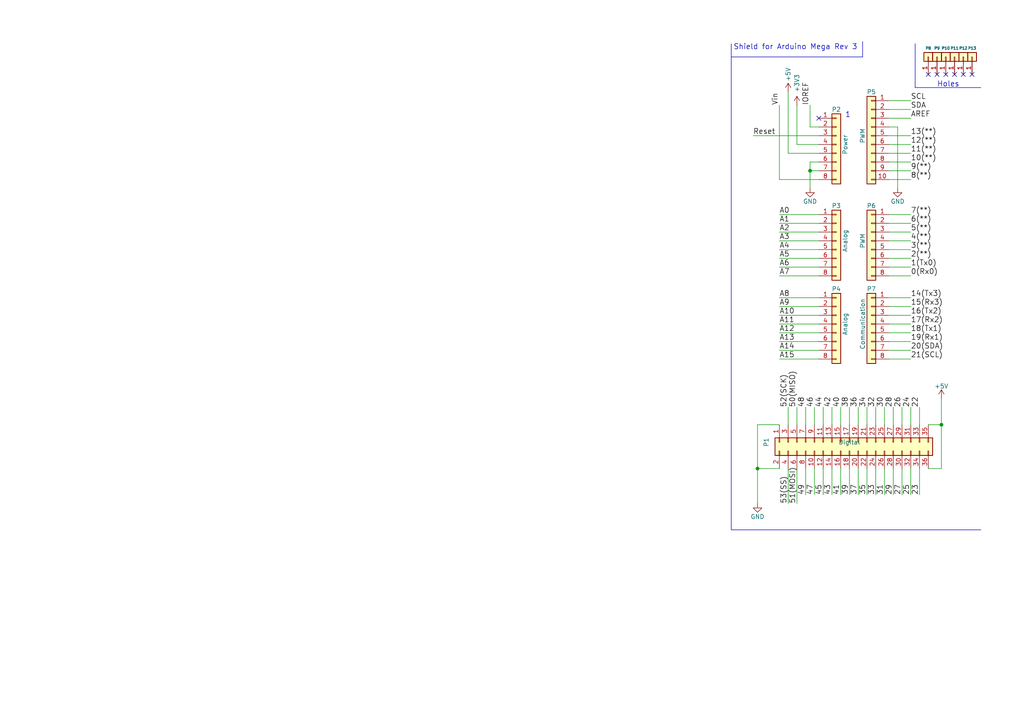
<source format=kicad_sch>
(kicad_sch (version 20230121) (generator eeschema)
  (paper "A4")
  (title_block (date "mar. 31 mars 2015"))
  (lib_symbols
    (symbol "Connector_Generic:Conn_01x01" (pin_names (offset 1.016) hide)
      (property "Reference" "J" (at 0 2.54 0))
      (property "Value" "Conn_01x01" (at 0 -2.54 0))
      (symbol "Conn_01x01_1_1"
        (rectangle (start -1.27 0.127) (end 0 -0.127) (stroke (width 0.1524)))
        (rectangle (start -1.27 1.27) (end 1.27 -1.27) (stroke (width 0.254)) (fill (type background)))
        (pin passive line (at -5.08 0 0) (length 3.81) (name "Pin_1") (number "1"))
      )
    )
    (symbol "Connector_Generic:Conn_01x08" (pin_names (offset 1.016) hide)
      (property "Reference" "J" (at 0 10.16 0))
      (property "Value" "Conn_01x08" (at 0 -12.7 0))
      (symbol "Conn_01x08_1_1"
        (rectangle (start -1.27 -10.033) (end 0 -10.287) (stroke (width 0.1524)))
        (rectangle (start -1.27 -7.493) (end 0 -7.747) (stroke (width 0.1524)))
        (rectangle (start -1.27 -4.953) (end 0 -5.207) (stroke (width 0.1524)))
        (rectangle (start -1.27 -2.413) (end 0 -2.667) (stroke (width 0.1524)))
        (rectangle (start -1.27 0.127) (end 0 -0.127) (stroke (width 0.1524)))
        (rectangle (start -1.27 2.667) (end 0 2.413) (stroke (width 0.1524)))
        (rectangle (start -1.27 5.207) (end 0 4.953) (stroke (width 0.1524)))
        (rectangle (start -1.27 7.747) (end 0 7.493) (stroke (width 0.1524)))
        (rectangle (start -1.27 8.89) (end 1.27 -11.43) (stroke (width 0.254)) (fill (type background)))
        (pin passive line (at -5.08 7.62 0) (length 3.81) (name "Pin_1") (number "1"))
        (pin passive line (at -5.08 5.08 0) (length 3.81) (name "Pin_2") (number "2"))
        (pin passive line (at -5.08 2.54 0) (length 3.81) (name "Pin_3") (number "3"))
        (pin passive line (at -5.08 0 0) (length 3.81) (name "Pin_4") (number "4"))
        (pin passive line (at -5.08 -2.54 0) (length 3.81) (name "Pin_5") (number "5"))
        (pin passive line (at -5.08 -5.08 0) (length 3.81) (name "Pin_6") (number "6"))
        (pin passive line (at -5.08 -7.62 0) (length 3.81) (name "Pin_7") (number "7"))
        (pin passive line (at -5.08 -10.16 0) (length 3.81) (name "Pin_8") (number "8"))
      )
    )
    (symbol "Connector_Generic:Conn_01x10" (pin_names (offset 1.016) hide)
      (property "Reference" "J" (at 0 12.7 0))
      (property "Value" "Conn_01x10" (at 0 -15.24 0))
      (symbol "Conn_01x10_1_1"
        (rectangle (start -1.27 -12.573) (end 0 -12.827) (stroke (width 0.1524)))
        (rectangle (start -1.27 -10.033) (end 0 -10.287) (stroke (width 0.1524)))
        (rectangle (start -1.27 -7.493) (end 0 -7.747) (stroke (width 0.1524)))
        (rectangle (start -1.27 -4.953) (end 0 -5.207) (stroke (width 0.1524)))
        (rectangle (start -1.27 -2.413) (end 0 -2.667) (stroke (width 0.1524)))
        (rectangle (start -1.27 0.127) (end 0 -0.127) (stroke (width 0.1524)))
        (rectangle (start -1.27 2.667) (end 0 2.413) (stroke (width 0.1524)))
        (rectangle (start -1.27 5.207) (end 0 4.953) (stroke (width 0.1524)))
        (rectangle (start -1.27 7.747) (end 0 7.493) (stroke (width 0.1524)))
        (rectangle (start -1.27 10.287) (end 0 10.033) (stroke (width 0.1524)))
        (rectangle (start -1.27 11.43) (end 1.27 -13.97) (stroke (width 0.254)) (fill (type background)))
        (pin passive line (at -5.08 10.16 0) (length 3.81) (name "Pin_1") (number "1"))
        (pin passive line (at -5.08 -12.7 0) (length 3.81) (name "Pin_10") (number "10"))
        (pin passive line (at -5.08 7.62 0) (length 3.81) (name "Pin_2") (number "2"))
        (pin passive line (at -5.08 5.08 0) (length 3.81) (name "Pin_3") (number "3"))
        (pin passive line (at -5.08 2.54 0) (length 3.81) (name "Pin_4") (number "4"))
        (pin passive line (at -5.08 0 0) (length 3.81) (name "Pin_5") (number "5"))
        (pin passive line (at -5.08 -2.54 0) (length 3.81) (name "Pin_6") (number "6"))
        (pin passive line (at -5.08 -5.08 0) (length 3.81) (name "Pin_7") (number "7"))
        (pin passive line (at -5.08 -7.62 0) (length 3.81) (name "Pin_8") (number "8"))
        (pin passive line (at -5.08 -10.16 0) (length 3.81) (name "Pin_9") (number "9"))
      )
    )
    (symbol "Connector_Generic:Conn_02x18_Odd_Even" (pin_names (offset 1.016) hide)
      (property "Reference" "J" (at 1.27 22.86 0))
      (property "Value" "Conn_02x18_Odd_Even" (at 1.27 -25.4 0))
      (symbol "Conn_02x18_Odd_Even_1_1"
        (rectangle (start -1.27 -22.733) (end 0 -22.987) (stroke (width 0.1524)))
        (rectangle (start -1.27 -20.193) (end 0 -20.447) (stroke (width 0.1524)))
        (rectangle (start -1.27 -17.653) (end 0 -17.907) (stroke (width 0.1524)))
        (rectangle (start -1.27 -15.113) (end 0 -15.367) (stroke (width 0.1524)))
        (rectangle (start -1.27 -12.573) (end 0 -12.827) (stroke (width 0.1524)))
        (rectangle (start -1.27 -10.033) (end 0 -10.287) (stroke (width 0.1524)))
        (rectangle (start -1.27 -7.493) (end 0 -7.747) (stroke (width 0.1524)))
        (rectangle (start -1.27 -4.953) (end 0 -5.207) (stroke (width 0.1524)))
        (rectangle (start -1.27 -2.413) (end 0 -2.667) (stroke (width 0.1524)))
        (rectangle (start -1.27 0.127) (end 0 -0.127) (stroke (width 0.1524)))
        (rectangle (start -1.27 2.667) (end 0 2.413) (stroke (width 0.1524)))
        (rectangle (start -1.27 5.207) (end 0 4.953) (stroke (width 0.1524)))
        (rectangle (start -1.27 7.747) (end 0 7.493) (stroke (width 0.1524)))
        (rectangle (start -1.27 10.287) (end 0 10.033) (stroke (width 0.1524)))
        (rectangle (start -1.27 12.827) (end 0 12.573) (stroke (width 0.1524)))
        (rectangle (start -1.27 15.367) (end 0 15.113) (stroke (width 0.1524)))
        (rectangle (start -1.27 17.907) (end 0 17.653) (stroke (width 0.1524)))
        (rectangle (start -1.27 20.447) (end 0 20.193) (stroke (width 0.1524)))
        (rectangle (start -1.27 21.59) (end 3.81 -24.13) (stroke (width 0.254)) (fill (type background)))
        (rectangle (start 3.81 -22.733) (end 2.54 -22.987) (stroke (width 0.1524)))
        (rectangle (start 3.81 -20.193) (end 2.54 -20.447) (stroke (width 0.1524)))
        (rectangle (start 3.81 -17.653) (end 2.54 -17.907) (stroke (width 0.1524)))
        (rectangle (start 3.81 -15.113) (end 2.54 -15.367) (stroke (width 0.1524)))
        (rectangle (start 3.81 -12.573) (end 2.54 -12.827) (stroke (width 0.1524)))
        (rectangle (start 3.81 -10.033) (end 2.54 -10.287) (stroke (width 0.1524)))
        (rectangle (start 3.81 -7.493) (end 2.54 -7.747) (stroke (width 0.1524)))
        (rectangle (start 3.81 -4.953) (end 2.54 -5.207) (stroke (width 0.1524)))
        (rectangle (start 3.81 -2.413) (end 2.54 -2.667) (stroke (width 0.1524)))
        (rectangle (start 3.81 0.127) (end 2.54 -0.127) (stroke (width 0.1524)))
        (rectangle (start 3.81 2.667) (end 2.54 2.413) (stroke (width 0.1524)))
        (rectangle (start 3.81 5.207) (end 2.54 4.953) (stroke (width 0.1524)))
        (rectangle (start 3.81 7.747) (end 2.54 7.493) (stroke (width 0.1524)))
        (rectangle (start 3.81 10.287) (end 2.54 10.033) (stroke (width 0.1524)))
        (rectangle (start 3.81 12.827) (end 2.54 12.573) (stroke (width 0.1524)))
        (rectangle (start 3.81 15.367) (end 2.54 15.113) (stroke (width 0.1524)))
        (rectangle (start 3.81 17.907) (end 2.54 17.653) (stroke (width 0.1524)))
        (rectangle (start 3.81 20.447) (end 2.54 20.193) (stroke (width 0.1524)))
        (pin passive line (at -5.08 20.32 0) (length 3.81) (name "Pin_1") (number "1"))
        (pin passive line (at 7.62 10.16 180) (length 3.81) (name "Pin_10") (number "10"))
        (pin passive line (at -5.08 7.62 0) (length 3.81) (name "Pin_11") (number "11"))
        (pin passive line (at 7.62 7.62 180) (length 3.81) (name "Pin_12") (number "12"))
        (pin passive line (at -5.08 5.08 0) (length 3.81) (name "Pin_13") (number "13"))
        (pin passive line (at 7.62 5.08 180) (length 3.81) (name "Pin_14") (number "14"))
        (pin passive line (at -5.08 2.54 0) (length 3.81) (name "Pin_15") (number "15"))
        (pin passive line (at 7.62 2.54 180) (length 3.81) (name "Pin_16") (number "16"))
        (pin passive line (at -5.08 0 0) (length 3.81) (name "Pin_17") (number "17"))
        (pin passive line (at 7.62 0 180) (length 3.81) (name "Pin_18") (number "18"))
        (pin passive line (at -5.08 -2.54 0) (length 3.81) (name "Pin_19") (number "19"))
        (pin passive line (at 7.62 20.32 180) (length 3.81) (name "Pin_2") (number "2"))
        (pin passive line (at 7.62 -2.54 180) (length 3.81) (name "Pin_20") (number "20"))
        (pin passive line (at -5.08 -5.08 0) (length 3.81) (name "Pin_21") (number "21"))
        (pin passive line (at 7.62 -5.08 180) (length 3.81) (name "Pin_22") (number "22"))
        (pin passive line (at -5.08 -7.62 0) (length 3.81) (name "Pin_23") (number "23"))
        (pin passive line (at 7.62 -7.62 180) (length 3.81) (name "Pin_24") (number "24"))
        (pin passive line (at -5.08 -10.16 0) (length 3.81) (name "Pin_25") (number "25"))
        (pin passive line (at 7.62 -10.16 180) (length 3.81) (name "Pin_26") (number "26"))
        (pin passive line (at -5.08 -12.7 0) (length 3.81) (name "Pin_27") (number "27"))
        (pin passive line (at 7.62 -12.7 180) (length 3.81) (name "Pin_28") (number "28"))
        (pin passive line (at -5.08 -15.24 0) (length 3.81) (name "Pin_29") (number "29"))
        (pin passive line (at -5.08 17.78 0) (length 3.81) (name "Pin_3") (number "3"))
        (pin passive line (at 7.62 -15.24 180) (length 3.81) (name "Pin_30") (number "30"))
        (pin passive line (at -5.08 -17.78 0) (length 3.81) (name "Pin_31") (number "31"))
        (pin passive line (at 7.62 -17.78 180) (length 3.81) (name "Pin_32") (number "32"))
        (pin passive line (at -5.08 -20.32 0) (length 3.81) (name "Pin_33") (number "33"))
        (pin passive line (at 7.62 -20.32 180) (length 3.81) (name "Pin_34") (number "34"))
        (pin passive line (at -5.08 -22.86 0) (length 3.81) (name "Pin_35") (number "35"))
        (pin passive line (at 7.62 -22.86 180) (length 3.81) (name "Pin_36") (number "36"))
        (pin passive line (at 7.62 17.78 180) (length 3.81) (name "Pin_4") (number "4"))
        (pin passive line (at -5.08 15.24 0) (length 3.81) (name "Pin_5") (number "5"))
        (pin passive line (at 7.62 15.24 180) (length 3.81) (name "Pin_6") (number "6"))
        (pin passive line (at -5.08 12.7 0) (length 3.81) (name "Pin_7") (number "7"))
        (pin passive line (at 7.62 12.7 180) (length 3.81) (name "Pin_8") (number "8"))
        (pin passive line (at -5.08 10.16 0) (length 3.81) (name "Pin_9") (number "9"))
      )
    )
    (symbol "power:+3V3" (power) (pin_names (offset 0))
      (property "Value" "+3V3" (at 0 3.556 0))
      (symbol "+3V3_0_1"
        (polyline (pts (xy -0.762 1.27) (xy 0 2.54)))
        (polyline (pts (xy 0 0) (xy 0 2.54)))
        (polyline (pts (xy 0 2.54) (xy 0.762 1.27)))
      )
      (symbol "+3V3_1_1"
        (pin power_in line (at 0 0 90) (length 0) hide (name "+3V3") (number "1"))
      )
    )
    (symbol "power:+5V" (power) (pin_names (offset 0))
      (property "Value" "+5V" (at 0 3.556 0))
      (symbol "+5V_0_1"
        (polyline (pts (xy -0.762 1.27) (xy 0 2.54)))
        (polyline (pts (xy 0 0) (xy 0 2.54)))
        (polyline (pts (xy 0 2.54) (xy 0.762 1.27)))
      )
      (symbol "+5V_1_1"
        (pin power_in line (at 0 0 90) (length 0) hide (name "+5V") (number "1"))
      )
    )
    (symbol "power:GND" (power) (pin_names (offset 0))
      (property "Value" "GND" (at 0 -3.81 0))
      (symbol "GND_0_1"
        (polyline (pts (xy 0 0) (xy 0 -1.27) (xy 1.27 -1.27) (xy 0 -2.54) (xy -1.27 -1.27) (xy 0 -1.27)))
      )
      (symbol "GND_1_1"
        (pin power_in line (at 0 0 270) (length 0) hide (name "GND") (number "1"))
      )
    )
  )
  (junction (at 219.71 135.89))
  (junction (at 234.95 49.53))
  (junction (at 273.05 123.19))
  (no_connect (at 281.94 21.59))
  (no_connect (at 279.4 21.59))
  (no_connect (at 271.78 21.59))
  (no_connect (at 274.32 21.59))
  (no_connect (at 276.86 21.59))
  (no_connect (at 269.24 21.59))
  (no_connect (at 237.49 34.29))
  (wire (pts (xy 238.76 123.19) (xy 238.76 118.11)))
  (wire (pts (xy 251.46 135.89) (xy 251.46 143.51)))
  (wire (pts (xy 238.76 135.89) (xy 238.76 143.51)))
  (wire (pts (xy 261.62 123.19) (xy 261.62 118.11)))
  (wire (pts (xy 266.7 123.19) (xy 266.7 118.11)))
  (wire (pts (xy 273.05 115.57) (xy 273.05 123.19)))
  (wire (pts (xy 248.92 135.89) (xy 248.92 143.51)))
  (wire (pts (xy 257.81 39.37) (xy 264.16 39.37)))
  (wire (pts (xy 257.81 99.06) (xy 264.16 99.06)))
  (wire (pts (xy 219.71 135.89) (xy 219.71 146.05)))
  (wire (pts (xy 256.54 123.19) (xy 256.54 118.11)))
  (wire (pts (xy 228.6 44.45) (xy 237.49 44.45)))
  (wire (pts (xy 264.16 77.47) (xy 257.81 77.47)))
  (wire (pts (xy 236.22 135.89) (xy 236.22 143.51)))
  (wire (pts (xy 228.6 135.89) (xy 228.6 146.05)))
  (wire (pts (xy 264.16 101.6) (xy 257.81 101.6)))
  (wire (pts (xy 257.81 34.29) (xy 264.16 34.29)))
  (wire (pts (xy 234.95 49.53) (xy 234.95 54.61)))
  (wire (pts (xy 264.16 123.19) (xy 264.16 118.11)))
  (wire (pts (xy 236.22 123.19) (xy 236.22 118.11)))
  (polyline (pts (xy 250.19 16.51) (xy 250.19 12.065)))
  (wire (pts (xy 257.81 69.85) (xy 264.16 69.85)))
  (wire (pts (xy 254 135.89) (xy 254 143.51)))
  (wire (pts (xy 226.06 135.89) (xy 219.71 135.89)))
  (wire (pts (xy 257.81 93.98) (xy 264.16 93.98)))
  (wire (pts (xy 251.46 123.19) (xy 251.46 118.11)))
  (wire (pts (xy 226.06 52.07) (xy 226.06 30.48)))
  (wire (pts (xy 273.05 123.19) (xy 269.24 123.19)))
  (wire (pts (xy 237.49 52.07) (xy 226.06 52.07)))
  (wire (pts (xy 226.06 93.98) (xy 237.49 93.98)))
  (wire (pts (xy 257.81 74.93) (xy 264.16 74.93)))
  (polyline (pts (xy 212.09 153.67) (xy 212.09 12.7)))
  (wire (pts (xy 257.81 44.45) (xy 264.16 44.45)))
  (wire (pts (xy 259.08 135.89) (xy 259.08 143.51)))
  (polyline (pts (xy 284.48 153.67) (xy 212.09 153.67)))
  (wire (pts (xy 257.81 64.77) (xy 264.16 64.77)))
  (wire (pts (xy 237.49 86.36) (xy 226.06 86.36)))
  (wire (pts (xy 241.3 123.19) (xy 241.3 118.11)))
  (polyline (pts (xy 284.48 25.4) (xy 265.43 25.4)))
  (wire (pts (xy 264.16 41.91) (xy 257.81 41.91)))
  (wire (pts (xy 226.06 104.14) (xy 237.49 104.14)))
  (wire (pts (xy 241.3 135.89) (xy 241.3 143.51)))
  (wire (pts (xy 231.14 135.89) (xy 231.14 146.05)))
  (wire (pts (xy 243.84 123.19) (xy 243.84 118.11)))
  (wire (pts (xy 264.16 31.75) (xy 257.81 31.75)))
  (wire (pts (xy 273.05 135.89) (xy 269.24 135.89)))
  (wire (pts (xy 231.14 123.19) (xy 231.14 118.11)))
  (wire (pts (xy 257.81 104.14) (xy 264.16 104.14)))
  (wire (pts (xy 259.08 123.19) (xy 259.08 118.11)))
  (wire (pts (xy 237.49 96.52) (xy 226.06 96.52)))
  (wire (pts (xy 257.81 88.9) (xy 264.16 88.9)))
  (polyline (pts (xy 212.09 16.51) (xy 250.19 16.51)))
  (wire (pts (xy 226.06 99.06) (xy 237.49 99.06)))
  (polyline (pts (xy 265.43 25.4) (xy 265.43 12.7)))
  (wire (pts (xy 228.6 123.19) (xy 228.6 118.11)))
  (wire (pts (xy 246.38 135.89) (xy 246.38 143.51)))
  (wire (pts (xy 264.16 72.39) (xy 257.81 72.39)))
  (wire (pts (xy 260.35 36.83) (xy 257.81 36.83)))
  (wire (pts (xy 257.81 80.01) (xy 264.16 80.01)))
  (wire (pts (xy 226.06 74.93) (xy 237.49 74.93)))
  (wire (pts (xy 243.84 135.89) (xy 243.84 143.51)))
  (wire (pts (xy 226.06 80.01) (xy 237.49 80.01)))
  (wire (pts (xy 226.06 69.85) (xy 237.49 69.85)))
  (wire (pts (xy 226.06 88.9) (xy 237.49 88.9)))
  (wire (pts (xy 256.54 135.89) (xy 256.54 143.51)))
  (wire (pts (xy 273.05 123.19) (xy 273.05 135.89)))
  (wire (pts (xy 233.68 123.19) (xy 233.68 118.11)))
  (wire (pts (xy 260.35 54.61) (xy 260.35 36.83)))
  (wire (pts (xy 264.16 96.52) (xy 257.81 96.52)))
  (wire (pts (xy 237.49 72.39) (xy 226.06 72.39)))
  (wire (pts (xy 261.62 135.89) (xy 261.62 143.51)))
  (wire (pts (xy 257.81 52.07) (xy 264.16 52.07)))
  (wire (pts (xy 264.16 67.31) (xy 257.81 67.31)))
  (wire (pts (xy 246.38 123.19) (xy 246.38 118.11)))
  (wire (pts (xy 228.6 26.67) (xy 228.6 44.45)))
  (wire (pts (xy 237.49 67.31) (xy 226.06 67.31)))
  (wire (pts (xy 237.49 91.44) (xy 226.06 91.44)))
  (wire (pts (xy 264.16 135.89) (xy 264.16 143.51)))
  (wire (pts (xy 264.16 91.44) (xy 257.81 91.44)))
  (wire (pts (xy 233.68 135.89) (xy 233.68 143.51)))
  (wire (pts (xy 231.14 30.48) (xy 231.14 41.91)))
  (wire (pts (xy 219.71 123.19) (xy 219.71 135.89)))
  (wire (pts (xy 264.16 86.36) (xy 257.81 86.36)))
  (wire (pts (xy 231.14 41.91) (xy 237.49 41.91)))
  (wire (pts (xy 248.92 123.19) (xy 248.92 118.11)))
  (wire (pts (xy 237.49 101.6) (xy 226.06 101.6)))
  (wire (pts (xy 226.06 64.77) (xy 237.49 64.77)))
  (wire (pts (xy 264.16 49.53) (xy 257.81 49.53)))
  (wire (pts (xy 266.7 135.89) (xy 266.7 143.51)))
  (wire (pts (xy 218.44 39.37) (xy 237.49 39.37)))
  (wire (pts (xy 226.06 123.19) (xy 219.71 123.19)))
  (wire (pts (xy 257.81 29.21) (xy 264.16 29.21)))
  (wire (pts (xy 234.95 36.83) (xy 234.95 30.48)))
  (wire (pts (xy 237.49 36.83) (xy 234.95 36.83)))
  (wire (pts (xy 237.49 62.23) (xy 226.06 62.23)))
  (wire (pts (xy 237.49 46.99) (xy 234.95 46.99)))
  (wire (pts (xy 254 123.19) (xy 254 118.11)))
  (wire (pts (xy 264.16 62.23) (xy 257.81 62.23)))
  (wire (pts (xy 237.49 77.47) (xy 226.06 77.47)))
  (wire (pts (xy 234.95 46.99) (xy 234.95 49.53)))
  (wire (pts (xy 237.49 49.53) (xy 234.95 49.53)))
  (wire (pts (xy 257.81 46.99) (xy 264.16 46.99)))
  (text "Holes" (at 271.78 25.4 0) (effects (font (size 1.524 1.524)) (justify left bottom)))
  (text "1" (at 245.11 34.29 0) (effects (font (size 1.524 1.524)) (justify left bottom)))
  (text "Shield for Arduino Mega Rev 3" (at 212.725 14.605 0) (effects (font (size 1.524 1.524)) (justify left bottom)))
  (label "27" (at 261.62 143.51 90) (effects (font (size 1.524 1.524))))
  (label "19(Rx1)" (at 264.16 99.06 0) (effects (font (size 1.524 1.524))))
  (label "49" (at 233.68 143.51 90) (effects (font (size 1.524 1.524))))
  (label "15(Rx3)" (at 264.16 88.9 0) (effects (font (size 1.524 1.524))))
  (label "44" (at 238.76 118.11 90) (effects (font (size 1.524 1.524))))
  (label "34" (at 251.46 118.11 90) (effects (font (size 1.524 1.524))))
  (label "32" (at 254 118.11 90) (effects (font (size 1.524 1.524))))
  (label "A11" (at 226.06 93.98 0) (effects (font (size 1.524 1.524))))
  (label "45" (at 238.76 143.51 90) (effects (font (size 1.524 1.524))))
  (label "A3" (at 226.06 69.85 0) (effects (font (size 1.524 1.524))))
  (label "A7" (at 226.06 80.01 0) (effects (font (size 1.524 1.524))))
  (label "28" (at 259.08 118.11 90) (effects (font (size 1.524 1.524))))
  (label "A9" (at 226.06 88.9 0) (effects (font (size 1.524 1.524))))
  (label "A4" (at 226.06 72.39 0) (effects (font (size 1.524 1.524))))
  (label "35" (at 251.46 143.51 90) (effects (font (size 1.524 1.524))))
  (label "A12" (at 226.06 96.52 0) (effects (font (size 1.524 1.524))))
  (label "8(**)" (at 264.16 52.07 0) (effects (font (size 1.524 1.524))))
  (label "26" (at 261.62 118.11 90) (effects (font (size 1.524 1.524))))
  (label "2(**)" (at 264.16 74.93 0) (effects (font (size 1.524 1.524))))
  (label "48" (at 233.68 118.11 90) (effects (font (size 1.524 1.524))))
  (label "4(**)" (at 264.16 69.85 0) (effects (font (size 1.524 1.524))))
  (label "10(**)" (at 264.16 46.99 0) (effects (font (size 1.524 1.524))))
  (label "51(MOSI)" (at 231.14 146.05 90) (effects (font (size 1.524 1.524))))
  (label "21(SCL)" (at 264.16 104.14 0) (effects (font (size 1.524 1.524))))
  (label "A5" (at 226.06 74.93 0) (effects (font (size 1.524 1.524))))
  (label "40" (at 243.84 118.11 90) (effects (font (size 1.524 1.524))))
  (label "33" (at 254 143.51 90) (effects (font (size 1.524 1.524))))
  (label "A13" (at 226.06 99.06 0) (effects (font (size 1.524 1.524))))
  (label "IOREF" (at 234.95 30.48 90) (effects (font (size 1.524 1.524))))
  (label "6(**)" (at 264.16 64.77 0) (effects (font (size 1.524 1.524))))
  (label "52(SCK)" (at 228.6 118.11 90) (effects (font (size 1.524 1.524))))
  (label "22" (at 266.7 118.11 90) (effects (font (size 1.524 1.524))))
  (label "24" (at 264.16 118.11 90) (effects (font (size 1.524 1.524))))
  (label "36" (at 248.92 118.11 90) (effects (font (size 1.524 1.524))))
  (label "7(**)" (at 264.16 62.23 0) (effects (font (size 1.524 1.524))))
  (label "20(SDA)" (at 264.16 101.6 0) (effects (font (size 1.524 1.524))))
  (label "41" (at 243.84 143.51 90) (effects (font (size 1.524 1.524))))
  (label "38" (at 246.38 118.11 90) (effects (font (size 1.524 1.524))))
  (label "53(SS)" (at 228.6 146.05 90) (effects (font (size 1.524 1.524))))
  (label "42" (at 241.3 118.11 90) (effects (font (size 1.524 1.524))))
  (label "16(Tx2)" (at 264.16 91.44 0) (effects (font (size 1.524 1.524))))
  (label "5(**)" (at 264.16 67.31 0) (effects (font (size 1.524 1.524))))
  (label "A14" (at 226.06 101.6 0) (effects (font (size 1.524 1.524))))
  (label "30" (at 256.54 118.11 90) (effects (font (size 1.524 1.524))))
  (label "23" (at 266.7 143.51 90) (effects (font (size 1.524 1.524))))
  (label "Reset" (at 218.44 39.37 0) (effects (font (size 1.524 1.524))))
  (label "46" (at 236.22 118.11 90) (effects (font (size 1.524 1.524))))
  (label "25" (at 264.16 143.51 90) (effects (font (size 1.524 1.524))))
  (label "18(Tx1)" (at 264.16 96.52 0) (effects (font (size 1.524 1.524))))
  (label "43" (at 241.3 143.51 90) (effects (font (size 1.524 1.524))))
  (label "39" (at 246.38 143.51 90) (effects (font (size 1.524 1.524))))
  (label "9(**)" (at 264.16 49.53 0) (effects (font (size 1.524 1.524))))
  (label "29" (at 259.08 143.51 90) (effects (font (size 1.524 1.524))))
  (label "50(MISO)" (at 231.14 118.11 90) (effects (font (size 1.524 1.524))))
  (label "SDA" (at 264.16 31.75 0) (effects (font (size 1.524 1.524))))
  (label "A15" (at 226.06 104.14 0) (effects (font (size 1.524 1.524))))
  (label "17(Rx2)" (at 264.16 93.98 0) (effects (font (size 1.524 1.524))))
  (label "31" (at 256.54 143.51 90) (effects (font (size 1.524 1.524))))
  (label "A0" (at 226.06 62.23 0) (effects (font (size 1.524 1.524))))
  (label "SCL" (at 264.16 29.21 0) (effects (font (size 1.524 1.524))))
  (label "0(Rx0)" (at 264.16 80.01 0) (effects (font (size 1.524 1.524))))
  (label "12(**)" (at 264.16 41.91 0) (effects (font (size 1.524 1.524))))
  (label "1(Tx0)" (at 264.16 77.47 0) (effects (font (size 1.524 1.524))))
  (label "13(**)" (at 264.16 39.37 0) (effects (font (size 1.524 1.524))))
  (label "14(Tx3)" (at 264.16 86.36 0) (effects (font (size 1.524 1.524))))
  (label "11(**)" (at 264.16 44.45 0) (effects (font (size 1.524 1.524))))
  (label "AREF" (at 264.16 34.29 0) (effects (font (size 1.524 1.524))))
  (label "3(**)" (at 264.16 72.39 0) (effects (font (size 1.524 1.524))))
  (label "A1" (at 226.06 64.77 0) (effects (font (size 1.524 1.524))))
  (label "A6" (at 226.06 77.47 0) (effects (font (size 1.524 1.524))))
  (label "47" (at 236.22 143.51 90) (effects (font (size 1.524 1.524))))
  (label "A10" (at 226.06 91.44 0) (effects (font (size 1.524 1.524))))
  (label "A8" (at 226.06 86.36 0) (effects (font (size 1.524 1.524))))
  (label "37" (at 248.92 143.51 90) (effects (font (size 1.524 1.524))))
  (label "A2" (at 226.06 67.31 0) (effects (font (size 1.524 1.524))))
  (label "Vin" (at 226.06 30.48 90) (effects (font (size 1.524 1.524))))
  (symbol (lib_id "Connector_Generic:Conn_01x01") (at 269.24 16.51 90) (unit 1)
    (property "Reference" "P8" (at 269.24 13.97 90) (effects (font (size 0.7874 0.7874))))
    (property "Value" "CONN_01X01" (effects hide))
    (property "Footprint" "Socket_Arduino_Mega:Arduino_1pin" (effects hide))
  )
  (symbol (lib_id "Connector_Generic:Conn_01x01") (at 271.78 16.51 90) (unit 1)
    (property "Reference" "P9" (at 271.78 13.97 90) (effects (font (size 0.7874 0.7874))))
    (property "Value" "CONN_01X01" (effects hide))
    (property "Footprint" "Socket_Arduino_Mega:Arduino_1pin" (effects hide))
  )
  (symbol (lib_id "Connector_Generic:Conn_01x01") (at 274.32 16.51 90) (unit 1)
    (property "Reference" "P10" (at 274.32 13.97 90) (effects (font (size 0.7874 0.7874))))
    (property "Value" "CONN_01X01" (effects hide))
    (property "Footprint" "Socket_Arduino_Mega:Arduino_1pin" (effects hide))
  )
  (symbol (lib_id "Connector_Generic:Conn_01x01") (at 276.86 16.51 90) (unit 1)
    (property "Reference" "P11" (at 276.86 13.97 90) (effects (font (size 0.7874 0.7874))))
    (property "Value" "CONN_01X01" (effects hide))
    (property "Footprint" "Socket_Arduino_Mega:Arduino_1pin" (effects hide))
  )
  (symbol (lib_id "Connector_Generic:Conn_01x01") (at 279.4 16.51 90) (unit 1)
    (property "Reference" "P12" (at 279.4 13.97 90) (effects (font (size 0.7874 0.7874))))
    (property "Value" "CONN_01X01" (effects hide))
    (property "Footprint" "Socket_Arduino_Mega:Arduino_1pin" (effects hide))
  )
  (symbol (lib_id "Connector_Generic:Conn_01x01") (at 281.94 16.51 90) (unit 1)
    (property "Reference" "P13" (at 281.94 13.97 90) (effects (font (size 0.7874 0.7874))))
    (property "Value" "CONN_01X01" (effects hide))
    (property "Footprint" "Socket_Arduino_Mega:Arduino_1pin" (effects hide))
  )
  (symbol (lib_id "Connector_Generic:Conn_01x08") (at 242.57 41.91 0) (unit 1)
    (property "Reference" "P2" (at 242.57 31.75 0))
    (property "Value" "Power" (at 245.11 41.91 90))
    (property "Footprint" "Socket_Arduino_Mega:Socket_Strip_Arduino_1x08" (effects hide))
  )
  (symbol (lib_id "power:+3V3") (at 231.14 30.48 0) (unit 1)
    (property "Reference" "#PWR01" (effects hide))
    (property "Value" "+3.3V" (at 231.14 24.13 90))
  )
  (symbol (lib_id "power:+5V") (at 228.6 26.67 0) (unit 1)
    (property "Reference" "#PWR02" (effects hide))
    (property "Value" "+5V" (at 228.6 21.59 90))
  )
  (symbol (lib_id "power:GND") (at 234.95 54.61 0) (unit 1)
    (property "Reference" "#PWR03" (effects hide))
    (property "Value" "GND" (at 234.95 58.42 0))
  )
  (symbol (lib_id "Connector_Generic:Conn_01x10") (at 252.73 39.37 0) (mirror y) (unit 1)
    (property "Reference" "P5" (at 252.73 26.67 0))
    (property "Value" "PWM" (at 250.19 39.37 90))
    (property "Footprint" "Socket_Arduino_Mega:Socket_Strip_Arduino_1x10" (effects hide))
  )
  (symbol (lib_id "power:GND") (at 260.35 54.61 0) (unit 1)
    (property "Reference" "#PWR04" (effects hide))
    (property "Value" "GND" (at 260.35 58.42 0))
  )
  (symbol (lib_id "Connector_Generic:Conn_01x08") (at 242.57 69.85 0) (unit 1)
    (property "Reference" "P3" (at 242.57 59.69 0))
    (property "Value" "Analog" (at 245.11 69.85 90))
    (property "Footprint" "Socket_Arduino_Mega:Socket_Strip_Arduino_1x08" (effects hide))
  )
  (symbol (lib_id "Connector_Generic:Conn_01x08") (at 252.73 69.85 0) (mirror y) (unit 1)
    (property "Reference" "P6" (at 252.73 59.69 0))
    (property "Value" "PWM" (at 250.19 69.85 90))
    (property "Footprint" "Socket_Arduino_Mega:Socket_Strip_Arduino_1x08" (effects hide))
  )
  (symbol (lib_id "Connector_Generic:Conn_01x08") (at 242.57 93.98 0) (unit 1)
    (property "Reference" "P4" (at 242.57 83.82 0))
    (property "Value" "Analog" (at 245.11 93.98 90))
    (property "Footprint" "Socket_Arduino_Mega:Socket_Strip_Arduino_1x08" (effects hide))
  )
  (symbol (lib_id "Connector_Generic:Conn_01x08") (at 252.73 93.98 0) (mirror y) (unit 1)
    (property "Reference" "P7" (at 252.73 83.82 0))
    (property "Value" "Communication" (at 250.19 93.98 90))
    (property "Footprint" "Socket_Arduino_Mega:Socket_Strip_Arduino_1x08" (effects hide))
  )
  (symbol (lib_id "Connector_Generic:Conn_02x18_Odd_Even") (at 246.38 128.27 90) (mirror x) (unit 1)
    (property "Reference" "P1" (at 222.25 128.27 0))
    (property "Value" "Digital" (at 246.38 128.27 90))
    (property "Footprint" "Socket_Arduino_Mega:Socket_Strip_Arduino_2x18" (effects hide))
  )
  (symbol (lib_id "power:GND") (at 219.71 146.05 0) (unit 1)
    (property "Reference" "#PWR05" (effects hide))
    (property "Value" "GND" (at 219.71 149.86 0))
  )
  (symbol (lib_id "power:+5V") (at 273.05 115.57 0) (unit 1)
    (property "Reference" "#PWR06" (effects hide))
    (property "Value" "+5V" (at 273.05 112.014 0))
  )
)
</source>
